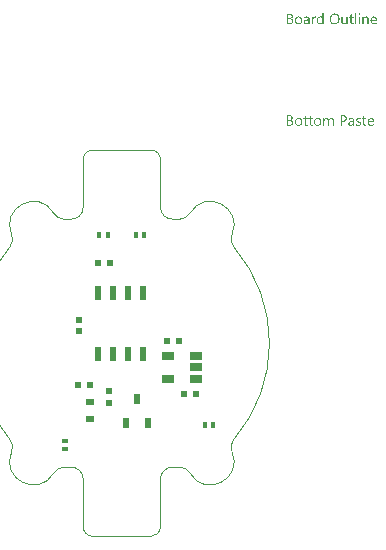
<source format=gbp>
G04*
G04 #@! TF.GenerationSoftware,Altium Limited,Altium Designer,21.9.2 (33)*
G04*
G04 Layer_Color=128*
%FSAX25Y25*%
%MOIN*%
G70*
G04*
G04 #@! TF.SameCoordinates,068316DF-13B4-460B-9515-79FEAC0EB225*
G04*
G04*
G04 #@! TF.FilePolarity,Positive*
G04*
G01*
G75*
%ADD10C,0.00394*%
%ADD30R,0.02165X0.04921*%
%ADD33R,0.02362X0.03543*%
%ADD36R,0.03937X0.02756*%
%ADD37R,0.01968X0.02165*%
%ADD38R,0.01968X0.02165*%
%ADD39R,0.02165X0.01968*%
%ADD40R,0.03150X0.02362*%
%ADD41R,0.02165X0.01968*%
%ADD55R,0.02461X0.01280*%
%ADD56R,0.01280X0.02461*%
G36*
X0079229Y0110019D02*
X0079254D01*
X0079309Y0109995D01*
X0079340Y0109976D01*
X0079371Y0109951D01*
X0079377Y0109945D01*
X0079383Y0109939D01*
X0079414Y0109902D01*
X0079439Y0109840D01*
X0079445Y0109803D01*
X0079452Y0109766D01*
Y0109759D01*
Y0109747D01*
X0079445Y0109729D01*
X0079439Y0109704D01*
X0079421Y0109642D01*
X0079396Y0109611D01*
X0079371Y0109580D01*
X0079365D01*
X0079359Y0109567D01*
X0079322Y0109543D01*
X0079266Y0109518D01*
X0079229Y0109512D01*
X0079192Y0109506D01*
X0079173D01*
X0079154Y0109512D01*
X0079130D01*
X0079068Y0109537D01*
X0079037Y0109549D01*
X0079006Y0109574D01*
Y0109580D01*
X0078994Y0109586D01*
X0078981Y0109605D01*
X0078969Y0109623D01*
X0078944Y0109685D01*
X0078938Y0109722D01*
X0078932Y0109766D01*
Y0109772D01*
Y0109784D01*
X0078938Y0109803D01*
X0078944Y0109834D01*
X0078963Y0109889D01*
X0078981Y0109920D01*
X0079006Y0109951D01*
X0079012Y0109958D01*
X0079018Y0109964D01*
X0079056Y0109988D01*
X0079117Y0110013D01*
X0079154Y0110026D01*
X0079210D01*
X0079229Y0110019D01*
D02*
G37*
G36*
X0067239Y0106355D02*
X0066836D01*
Y0106776D01*
X0066824D01*
Y0106770D01*
X0066812Y0106757D01*
X0066793Y0106732D01*
X0066774Y0106702D01*
X0066744Y0106664D01*
X0066706Y0106627D01*
X0066663Y0106584D01*
X0066614Y0106541D01*
X0066558Y0106491D01*
X0066490Y0106448D01*
X0066422Y0106411D01*
X0066341Y0106374D01*
X0066261Y0106343D01*
X0066168Y0106318D01*
X0066069Y0106305D01*
X0065964Y0106299D01*
X0065920D01*
X0065883Y0106305D01*
X0065846Y0106312D01*
X0065797Y0106318D01*
X0065691Y0106343D01*
X0065567Y0106380D01*
X0065444Y0106442D01*
X0065376Y0106479D01*
X0065320Y0106522D01*
X0065258Y0106578D01*
X0065202Y0106633D01*
Y0106640D01*
X0065190Y0106652D01*
X0065178Y0106671D01*
X0065159Y0106695D01*
X0065140Y0106726D01*
X0065116Y0106770D01*
X0065091Y0106819D01*
X0065066Y0106875D01*
X0065035Y0106937D01*
X0065010Y0107005D01*
X0064986Y0107079D01*
X0064967Y0107160D01*
X0064948Y0107246D01*
X0064936Y0107345D01*
X0064930Y0107444D01*
X0064924Y0107550D01*
Y0107556D01*
Y0107574D01*
Y0107612D01*
X0064930Y0107655D01*
X0064936Y0107704D01*
X0064942Y0107766D01*
X0064948Y0107834D01*
X0064961Y0107909D01*
X0064998Y0108070D01*
X0065054Y0108237D01*
X0065091Y0108317D01*
X0065134Y0108398D01*
X0065178Y0108472D01*
X0065233Y0108546D01*
X0065239Y0108552D01*
X0065246Y0108565D01*
X0065264Y0108583D01*
X0065289Y0108608D01*
X0065320Y0108633D01*
X0065363Y0108664D01*
X0065407Y0108701D01*
X0065456Y0108738D01*
X0065580Y0108806D01*
X0065722Y0108868D01*
X0065803Y0108887D01*
X0065889Y0108905D01*
X0065976Y0108918D01*
X0066075Y0108924D01*
X0066124D01*
X0066162Y0108918D01*
X0066199Y0108911D01*
X0066248Y0108905D01*
X0066360Y0108874D01*
X0066484Y0108825D01*
X0066545Y0108794D01*
X0066607Y0108750D01*
X0066669Y0108707D01*
X0066725Y0108651D01*
X0066774Y0108589D01*
X0066824Y0108515D01*
X0066836D01*
Y0110075D01*
X0067239D01*
Y0106355D01*
D02*
G37*
G36*
X0081507Y0108918D02*
X0081581Y0108911D01*
X0081674Y0108893D01*
X0081773Y0108862D01*
X0081878Y0108812D01*
X0081983Y0108744D01*
X0082027Y0108707D01*
X0082070Y0108658D01*
X0082082Y0108645D01*
X0082107Y0108608D01*
X0082138Y0108546D01*
X0082181Y0108459D01*
X0082219Y0108354D01*
X0082256Y0108224D01*
X0082280Y0108070D01*
X0082287Y0107890D01*
Y0106355D01*
X0081884D01*
Y0107785D01*
Y0107791D01*
Y0107822D01*
X0081878Y0107859D01*
Y0107909D01*
X0081866Y0107970D01*
X0081853Y0108039D01*
X0081835Y0108113D01*
X0081810Y0108187D01*
X0081779Y0108261D01*
X0081742Y0108329D01*
X0081692Y0108398D01*
X0081637Y0108459D01*
X0081575Y0108509D01*
X0081494Y0108546D01*
X0081408Y0108577D01*
X0081302Y0108583D01*
X0081290D01*
X0081253Y0108577D01*
X0081197Y0108571D01*
X0081129Y0108552D01*
X0081049Y0108528D01*
X0080962Y0108484D01*
X0080882Y0108429D01*
X0080801Y0108354D01*
X0080795Y0108342D01*
X0080770Y0108317D01*
X0080739Y0108268D01*
X0080702Y0108200D01*
X0080665Y0108119D01*
X0080634Y0108020D01*
X0080609Y0107909D01*
X0080603Y0107785D01*
Y0106355D01*
X0080201D01*
Y0108868D01*
X0080603D01*
Y0108447D01*
X0080615D01*
X0080621Y0108453D01*
X0080628Y0108466D01*
X0080646Y0108491D01*
X0080671Y0108521D01*
X0080696Y0108559D01*
X0080733Y0108596D01*
X0080776Y0108639D01*
X0080826Y0108689D01*
X0080882Y0108732D01*
X0080943Y0108775D01*
X0081011Y0108812D01*
X0081086Y0108850D01*
X0081160Y0108880D01*
X0081247Y0108905D01*
X0081340Y0108918D01*
X0081439Y0108924D01*
X0081476D01*
X0081507Y0108918D01*
D02*
G37*
G36*
X0064509Y0108905D02*
X0064583Y0108899D01*
X0064627Y0108887D01*
X0064657Y0108874D01*
Y0108459D01*
X0064651Y0108466D01*
X0064639Y0108472D01*
X0064614Y0108484D01*
X0064583Y0108503D01*
X0064540Y0108515D01*
X0064484Y0108528D01*
X0064422Y0108534D01*
X0064354Y0108540D01*
X0064342D01*
X0064311Y0108534D01*
X0064261Y0108528D01*
X0064206Y0108509D01*
X0064131Y0108478D01*
X0064063Y0108435D01*
X0063989Y0108373D01*
X0063921Y0108292D01*
X0063915Y0108280D01*
X0063896Y0108249D01*
X0063865Y0108193D01*
X0063834Y0108119D01*
X0063803Y0108026D01*
X0063772Y0107909D01*
X0063754Y0107779D01*
X0063748Y0107630D01*
Y0106355D01*
X0063345D01*
Y0108868D01*
X0063748D01*
Y0108348D01*
X0063760D01*
Y0108354D01*
X0063766Y0108361D01*
X0063779Y0108391D01*
X0063797Y0108441D01*
X0063828Y0108503D01*
X0063859Y0108565D01*
X0063908Y0108633D01*
X0063958Y0108701D01*
X0064020Y0108763D01*
X0064026Y0108769D01*
X0064051Y0108788D01*
X0064088Y0108812D01*
X0064138Y0108837D01*
X0064193Y0108862D01*
X0064261Y0108887D01*
X0064336Y0108905D01*
X0064416Y0108911D01*
X0064472D01*
X0064509Y0108905D01*
D02*
G37*
G36*
X0075249Y0106355D02*
X0074846D01*
Y0106751D01*
X0074834D01*
Y0106745D01*
X0074822Y0106732D01*
X0074809Y0106708D01*
X0074784Y0106683D01*
X0074729Y0106609D01*
X0074642Y0106528D01*
X0074593Y0106485D01*
X0074537Y0106442D01*
X0074475Y0106404D01*
X0074401Y0106367D01*
X0074326Y0106343D01*
X0074246Y0106318D01*
X0074153Y0106305D01*
X0074060Y0106299D01*
X0074023D01*
X0073980Y0106305D01*
X0073918Y0106318D01*
X0073850Y0106330D01*
X0073775Y0106355D01*
X0073695Y0106386D01*
X0073614Y0106435D01*
X0073528Y0106491D01*
X0073447Y0106559D01*
X0073373Y0106646D01*
X0073305Y0106751D01*
X0073243Y0106869D01*
X0073200Y0107011D01*
X0073175Y0107178D01*
X0073163Y0107265D01*
Y0107364D01*
Y0108868D01*
X0073559D01*
Y0107426D01*
Y0107420D01*
Y0107395D01*
X0073565Y0107352D01*
X0073571Y0107302D01*
X0073577Y0107240D01*
X0073590Y0107178D01*
X0073608Y0107104D01*
X0073633Y0107030D01*
X0073670Y0106955D01*
X0073707Y0106887D01*
X0073757Y0106819D01*
X0073819Y0106757D01*
X0073887Y0106708D01*
X0073967Y0106671D01*
X0074066Y0106640D01*
X0074172Y0106633D01*
X0074184D01*
X0074221Y0106640D01*
X0074277Y0106646D01*
X0074339Y0106658D01*
X0074419Y0106689D01*
X0074500Y0106726D01*
X0074580Y0106776D01*
X0074654Y0106850D01*
X0074661Y0106862D01*
X0074685Y0106887D01*
X0074716Y0106937D01*
X0074753Y0107005D01*
X0074784Y0107085D01*
X0074815Y0107184D01*
X0074840Y0107296D01*
X0074846Y0107420D01*
Y0108868D01*
X0075249D01*
Y0106355D01*
D02*
G37*
G36*
X0079383D02*
X0078981D01*
Y0108868D01*
X0079383D01*
Y0106355D01*
D02*
G37*
G36*
X0078164D02*
X0077762D01*
Y0110075D01*
X0078164D01*
Y0106355D01*
D02*
G37*
G36*
X0061785Y0108918D02*
X0061841Y0108911D01*
X0061909Y0108893D01*
X0061983Y0108874D01*
X0062064Y0108843D01*
X0062151Y0108806D01*
X0062231Y0108757D01*
X0062312Y0108695D01*
X0062386Y0108621D01*
X0062454Y0108528D01*
X0062510Y0108422D01*
X0062553Y0108299D01*
X0062578Y0108156D01*
X0062590Y0107989D01*
Y0106355D01*
X0062188D01*
Y0106745D01*
X0062175D01*
Y0106739D01*
X0062163Y0106726D01*
X0062151Y0106702D01*
X0062126Y0106677D01*
X0062064Y0106603D01*
X0061983Y0106522D01*
X0061872Y0106442D01*
X0061742Y0106367D01*
X0061662Y0106343D01*
X0061581Y0106318D01*
X0061494Y0106305D01*
X0061402Y0106299D01*
X0061364D01*
X0061340Y0106305D01*
X0061272Y0106312D01*
X0061191Y0106324D01*
X0061092Y0106349D01*
X0060999Y0106380D01*
X0060900Y0106429D01*
X0060813Y0106491D01*
X0060807Y0106503D01*
X0060783Y0106528D01*
X0060745Y0106572D01*
X0060708Y0106633D01*
X0060671Y0106708D01*
X0060634Y0106794D01*
X0060609Y0106900D01*
X0060603Y0107017D01*
Y0107024D01*
Y0107048D01*
X0060609Y0107085D01*
X0060615Y0107129D01*
X0060628Y0107184D01*
X0060646Y0107246D01*
X0060671Y0107314D01*
X0060708Y0107383D01*
X0060752Y0107457D01*
X0060807Y0107531D01*
X0060875Y0107599D01*
X0060956Y0107661D01*
X0061049Y0107723D01*
X0061160Y0107772D01*
X0061284Y0107810D01*
X0061432Y0107841D01*
X0062188Y0107946D01*
Y0107952D01*
Y0107970D01*
X0062182Y0108008D01*
Y0108045D01*
X0062169Y0108094D01*
X0062163Y0108150D01*
X0062126Y0108268D01*
X0062095Y0108323D01*
X0062064Y0108379D01*
X0062021Y0108435D01*
X0061971Y0108484D01*
X0061909Y0108528D01*
X0061841Y0108559D01*
X0061761Y0108577D01*
X0061668Y0108583D01*
X0061624D01*
X0061594Y0108577D01*
X0061550D01*
X0061507Y0108565D01*
X0061395Y0108546D01*
X0061272Y0108509D01*
X0061135Y0108453D01*
X0061061Y0108416D01*
X0060993Y0108379D01*
X0060919Y0108329D01*
X0060851Y0108274D01*
Y0108689D01*
X0060857D01*
X0060869Y0108701D01*
X0060888Y0108713D01*
X0060919Y0108726D01*
X0060950Y0108744D01*
X0060993Y0108763D01*
X0061043Y0108781D01*
X0061098Y0108806D01*
X0061222Y0108850D01*
X0061371Y0108887D01*
X0061532Y0108911D01*
X0061705Y0108924D01*
X0061742D01*
X0061785Y0108918D01*
D02*
G37*
G36*
X0056097Y0109865D02*
X0056140D01*
X0056183Y0109859D01*
X0056282Y0109846D01*
X0056400Y0109815D01*
X0056524Y0109778D01*
X0056642Y0109722D01*
X0056747Y0109648D01*
X0056753D01*
X0056759Y0109636D01*
X0056790Y0109611D01*
X0056833Y0109561D01*
X0056883Y0109493D01*
X0056926Y0109407D01*
X0056969Y0109308D01*
X0057000Y0109196D01*
X0057013Y0109134D01*
Y0109066D01*
Y0109060D01*
Y0109054D01*
Y0109017D01*
X0057007Y0108961D01*
X0056994Y0108893D01*
X0056976Y0108806D01*
X0056945Y0108720D01*
X0056908Y0108633D01*
X0056852Y0108546D01*
X0056846Y0108534D01*
X0056821Y0108509D01*
X0056784Y0108472D01*
X0056734Y0108422D01*
X0056672Y0108373D01*
X0056598Y0108317D01*
X0056505Y0108274D01*
X0056406Y0108230D01*
Y0108224D01*
X0056425D01*
X0056443Y0108218D01*
X0056462Y0108212D01*
X0056530Y0108200D01*
X0056611Y0108175D01*
X0056697Y0108138D01*
X0056790Y0108094D01*
X0056883Y0108032D01*
X0056969Y0107952D01*
X0056982Y0107940D01*
X0057007Y0107909D01*
X0057038Y0107865D01*
X0057081Y0107797D01*
X0057118Y0107711D01*
X0057155Y0107612D01*
X0057180Y0107494D01*
X0057186Y0107364D01*
Y0107358D01*
Y0107345D01*
Y0107321D01*
X0057180Y0107290D01*
X0057174Y0107253D01*
X0057168Y0107209D01*
X0057143Y0107104D01*
X0057106Y0106986D01*
X0057050Y0106862D01*
X0057013Y0106807D01*
X0056969Y0106745D01*
X0056914Y0106689D01*
X0056858Y0106633D01*
X0056852D01*
X0056846Y0106621D01*
X0056827Y0106609D01*
X0056802Y0106590D01*
X0056771Y0106572D01*
X0056728Y0106547D01*
X0056635Y0106497D01*
X0056518Y0106442D01*
X0056381Y0106398D01*
X0056221Y0106367D01*
X0056140Y0106361D01*
X0056047Y0106355D01*
X0055020D01*
Y0109871D01*
X0056066D01*
X0056097Y0109865D01*
D02*
G37*
G36*
X0076592Y0108868D02*
X0077229D01*
Y0108521D01*
X0076592D01*
Y0107104D01*
Y0107091D01*
Y0107061D01*
X0076598Y0107017D01*
X0076604Y0106962D01*
X0076629Y0106844D01*
X0076648Y0106788D01*
X0076679Y0106745D01*
X0076685Y0106739D01*
X0076697Y0106726D01*
X0076716Y0106714D01*
X0076747Y0106695D01*
X0076784Y0106671D01*
X0076833Y0106658D01*
X0076895Y0106646D01*
X0076963Y0106640D01*
X0076988D01*
X0077019Y0106646D01*
X0077056Y0106652D01*
X0077143Y0106677D01*
X0077186Y0106695D01*
X0077229Y0106720D01*
Y0106374D01*
X0077223D01*
X0077205Y0106361D01*
X0077174Y0106355D01*
X0077130Y0106343D01*
X0077075Y0106330D01*
X0077013Y0106318D01*
X0076938Y0106312D01*
X0076852Y0106305D01*
X0076821D01*
X0076790Y0106312D01*
X0076747Y0106318D01*
X0076697Y0106330D01*
X0076641Y0106343D01*
X0076586Y0106367D01*
X0076524Y0106398D01*
X0076462Y0106435D01*
X0076400Y0106485D01*
X0076344Y0106541D01*
X0076295Y0106615D01*
X0076251Y0106695D01*
X0076220Y0106794D01*
X0076196Y0106906D01*
X0076190Y0107036D01*
Y0108521D01*
X0075762D01*
Y0108868D01*
X0076190D01*
Y0109481D01*
X0076592Y0109611D01*
Y0108868D01*
D02*
G37*
G36*
X0084119Y0108918D02*
X0084162Y0108911D01*
X0084206Y0108905D01*
X0084317Y0108887D01*
X0084441Y0108843D01*
X0084565Y0108788D01*
X0084627Y0108750D01*
X0084688Y0108707D01*
X0084744Y0108658D01*
X0084800Y0108602D01*
X0084806Y0108596D01*
X0084812Y0108589D01*
X0084825Y0108571D01*
X0084843Y0108546D01*
X0084862Y0108509D01*
X0084886Y0108472D01*
X0084911Y0108429D01*
X0084936Y0108373D01*
X0084961Y0108311D01*
X0084986Y0108249D01*
X0085010Y0108175D01*
X0085029Y0108094D01*
X0085047Y0108008D01*
X0085060Y0107921D01*
X0085072Y0107822D01*
Y0107717D01*
Y0107506D01*
X0083296D01*
Y0107500D01*
Y0107488D01*
Y0107469D01*
X0083302Y0107438D01*
X0083308Y0107401D01*
Y0107364D01*
X0083327Y0107265D01*
X0083358Y0107166D01*
X0083395Y0107054D01*
X0083450Y0106949D01*
X0083518Y0106856D01*
X0083531Y0106844D01*
X0083556Y0106819D01*
X0083605Y0106788D01*
X0083673Y0106745D01*
X0083760Y0106702D01*
X0083859Y0106671D01*
X0083977Y0106646D01*
X0084113Y0106633D01*
X0084156D01*
X0084187Y0106640D01*
X0084224D01*
X0084267Y0106646D01*
X0084373Y0106671D01*
X0084490Y0106702D01*
X0084620Y0106751D01*
X0084756Y0106819D01*
X0084825Y0106862D01*
X0084893Y0106912D01*
Y0106534D01*
X0084886D01*
X0084880Y0106522D01*
X0084862Y0106516D01*
X0084831Y0106497D01*
X0084800Y0106479D01*
X0084763Y0106460D01*
X0084713Y0106442D01*
X0084664Y0106417D01*
X0084602Y0106392D01*
X0084534Y0106374D01*
X0084385Y0106336D01*
X0084212Y0106312D01*
X0084020Y0106299D01*
X0083970D01*
X0083933Y0106305D01*
X0083890Y0106312D01*
X0083834Y0106318D01*
X0083716Y0106343D01*
X0083580Y0106380D01*
X0083444Y0106442D01*
X0083376Y0106485D01*
X0083308Y0106528D01*
X0083246Y0106578D01*
X0083184Y0106640D01*
X0083178Y0106646D01*
X0083172Y0106658D01*
X0083159Y0106677D01*
X0083135Y0106702D01*
X0083116Y0106739D01*
X0083091Y0106782D01*
X0083060Y0106832D01*
X0083036Y0106887D01*
X0083005Y0106949D01*
X0082980Y0107024D01*
X0082949Y0107104D01*
X0082930Y0107191D01*
X0082912Y0107283D01*
X0082893Y0107383D01*
X0082887Y0107488D01*
X0082881Y0107599D01*
Y0107605D01*
Y0107624D01*
Y0107655D01*
X0082887Y0107698D01*
X0082893Y0107748D01*
X0082899Y0107803D01*
X0082906Y0107871D01*
X0082924Y0107940D01*
X0082961Y0108088D01*
X0083017Y0108249D01*
X0083054Y0108329D01*
X0083104Y0108404D01*
X0083153Y0108484D01*
X0083209Y0108552D01*
X0083215Y0108559D01*
X0083227Y0108571D01*
X0083246Y0108589D01*
X0083271Y0108608D01*
X0083302Y0108639D01*
X0083339Y0108670D01*
X0083389Y0108701D01*
X0083438Y0108738D01*
X0083556Y0108806D01*
X0083698Y0108868D01*
X0083778Y0108887D01*
X0083859Y0108905D01*
X0083946Y0108918D01*
X0084038Y0108924D01*
X0084088D01*
X0084119Y0108918D01*
D02*
G37*
G36*
X0071077Y0109927D02*
X0071139Y0109920D01*
X0071213Y0109908D01*
X0071293Y0109889D01*
X0071380Y0109871D01*
X0071466Y0109846D01*
X0071566Y0109815D01*
X0071658Y0109772D01*
X0071757Y0109722D01*
X0071856Y0109667D01*
X0071949Y0109599D01*
X0072042Y0109524D01*
X0072129Y0109438D01*
X0072135Y0109431D01*
X0072147Y0109413D01*
X0072172Y0109388D01*
X0072197Y0109351D01*
X0072234Y0109301D01*
X0072271Y0109239D01*
X0072308Y0109171D01*
X0072352Y0109097D01*
X0072395Y0109004D01*
X0072432Y0108911D01*
X0072469Y0108806D01*
X0072506Y0108689D01*
X0072531Y0108571D01*
X0072556Y0108441D01*
X0072568Y0108299D01*
X0072575Y0108156D01*
Y0108144D01*
Y0108119D01*
Y0108076D01*
X0072568Y0108014D01*
X0072562Y0107940D01*
X0072550Y0107859D01*
X0072537Y0107766D01*
X0072519Y0107661D01*
X0072494Y0107556D01*
X0072463Y0107444D01*
X0072426Y0107333D01*
X0072383Y0107221D01*
X0072327Y0107104D01*
X0072265Y0106999D01*
X0072197Y0106894D01*
X0072117Y0106794D01*
X0072110Y0106788D01*
X0072098Y0106776D01*
X0072067Y0106751D01*
X0072036Y0106720D01*
X0071987Y0106677D01*
X0071931Y0106640D01*
X0071869Y0106590D01*
X0071795Y0106547D01*
X0071714Y0106503D01*
X0071621Y0106454D01*
X0071522Y0106417D01*
X0071411Y0106380D01*
X0071293Y0106343D01*
X0071169Y0106318D01*
X0071039Y0106305D01*
X0070897Y0106299D01*
X0070866D01*
X0070823Y0106305D01*
X0070773D01*
X0070711Y0106312D01*
X0070637Y0106324D01*
X0070557Y0106343D01*
X0070464Y0106361D01*
X0070371Y0106386D01*
X0070272Y0106417D01*
X0070173Y0106460D01*
X0070074Y0106503D01*
X0069975Y0106559D01*
X0069876Y0106627D01*
X0069783Y0106702D01*
X0069696Y0106788D01*
X0069690Y0106794D01*
X0069678Y0106813D01*
X0069653Y0106838D01*
X0069628Y0106875D01*
X0069591Y0106924D01*
X0069554Y0106986D01*
X0069517Y0107054D01*
X0069473Y0107135D01*
X0069430Y0107221D01*
X0069393Y0107314D01*
X0069356Y0107420D01*
X0069319Y0107537D01*
X0069294Y0107655D01*
X0069269Y0107785D01*
X0069257Y0107927D01*
X0069251Y0108070D01*
Y0108082D01*
Y0108107D01*
X0069257Y0108150D01*
Y0108212D01*
X0069263Y0108280D01*
X0069275Y0108367D01*
X0069288Y0108459D01*
X0069306Y0108559D01*
X0069331Y0108664D01*
X0069362Y0108775D01*
X0069399Y0108887D01*
X0069442Y0108998D01*
X0069498Y0109109D01*
X0069560Y0109221D01*
X0069628Y0109326D01*
X0069709Y0109425D01*
X0069715Y0109431D01*
X0069727Y0109450D01*
X0069758Y0109475D01*
X0069795Y0109506D01*
X0069839Y0109543D01*
X0069894Y0109586D01*
X0069962Y0109629D01*
X0070037Y0109679D01*
X0070123Y0109729D01*
X0070216Y0109772D01*
X0070315Y0109815D01*
X0070427Y0109852D01*
X0070550Y0109883D01*
X0070680Y0109914D01*
X0070817Y0109927D01*
X0070959Y0109933D01*
X0071027D01*
X0071077Y0109927D01*
D02*
G37*
G36*
X0059049Y0108918D02*
X0059093Y0108911D01*
X0059148Y0108905D01*
X0059272Y0108880D01*
X0059415Y0108837D01*
X0059557Y0108775D01*
X0059631Y0108738D01*
X0059699Y0108695D01*
X0059767Y0108639D01*
X0059829Y0108577D01*
X0059835Y0108571D01*
X0059842Y0108559D01*
X0059860Y0108540D01*
X0059879Y0108515D01*
X0059904Y0108478D01*
X0059928Y0108435D01*
X0059959Y0108385D01*
X0059990Y0108329D01*
X0060015Y0108261D01*
X0060046Y0108193D01*
X0060071Y0108113D01*
X0060096Y0108026D01*
X0060114Y0107933D01*
X0060133Y0107834D01*
X0060139Y0107729D01*
X0060145Y0107618D01*
Y0107612D01*
Y0107593D01*
Y0107562D01*
X0060139Y0107519D01*
X0060133Y0107469D01*
X0060126Y0107407D01*
X0060114Y0107345D01*
X0060102Y0107271D01*
X0060065Y0107123D01*
X0060003Y0106962D01*
X0059965Y0106881D01*
X0059916Y0106801D01*
X0059866Y0106726D01*
X0059805Y0106658D01*
X0059798Y0106652D01*
X0059786Y0106646D01*
X0059767Y0106627D01*
X0059743Y0106603D01*
X0059706Y0106578D01*
X0059668Y0106547D01*
X0059619Y0106510D01*
X0059563Y0106479D01*
X0059501Y0106448D01*
X0059433Y0106411D01*
X0059359Y0106380D01*
X0059278Y0106355D01*
X0059192Y0106330D01*
X0059099Y0106318D01*
X0059000Y0106305D01*
X0058895Y0106299D01*
X0058839D01*
X0058802Y0106305D01*
X0058758Y0106312D01*
X0058703Y0106318D01*
X0058641Y0106330D01*
X0058573Y0106343D01*
X0058430Y0106386D01*
X0058282Y0106448D01*
X0058207Y0106485D01*
X0058139Y0106534D01*
X0058071Y0106584D01*
X0058003Y0106646D01*
X0057997Y0106652D01*
X0057991Y0106664D01*
X0057972Y0106683D01*
X0057954Y0106708D01*
X0057929Y0106745D01*
X0057898Y0106788D01*
X0057867Y0106838D01*
X0057842Y0106894D01*
X0057811Y0106962D01*
X0057780Y0107030D01*
X0057749Y0107104D01*
X0057725Y0107191D01*
X0057688Y0107376D01*
X0057681Y0107475D01*
X0057675Y0107580D01*
Y0107587D01*
Y0107612D01*
Y0107642D01*
X0057681Y0107686D01*
X0057688Y0107735D01*
X0057694Y0107797D01*
X0057706Y0107865D01*
X0057718Y0107940D01*
X0057756Y0108100D01*
X0057818Y0108261D01*
X0057861Y0108342D01*
X0057904Y0108422D01*
X0057954Y0108497D01*
X0058016Y0108565D01*
X0058022Y0108571D01*
X0058034Y0108583D01*
X0058053Y0108596D01*
X0058078Y0108621D01*
X0058115Y0108645D01*
X0058158Y0108676D01*
X0058207Y0108713D01*
X0058263Y0108744D01*
X0058325Y0108775D01*
X0058399Y0108812D01*
X0058474Y0108843D01*
X0058560Y0108868D01*
X0058647Y0108893D01*
X0058746Y0108911D01*
X0058851Y0108918D01*
X0058956Y0108924D01*
X0059012D01*
X0059049Y0108918D01*
D02*
G37*
G36*
X0079148Y0075059D02*
X0079229Y0075053D01*
X0079315Y0075041D01*
X0079414Y0075016D01*
X0079514Y0074991D01*
X0079613Y0074954D01*
Y0074546D01*
X0079600Y0074552D01*
X0079563Y0074576D01*
X0079507Y0074601D01*
X0079433Y0074638D01*
X0079340Y0074669D01*
X0079229Y0074700D01*
X0079105Y0074719D01*
X0078975Y0074725D01*
X0078907D01*
X0078845Y0074713D01*
X0078771Y0074700D01*
X0078764D01*
X0078758Y0074694D01*
X0078721Y0074682D01*
X0078672Y0074657D01*
X0078616Y0074626D01*
X0078604Y0074620D01*
X0078579Y0074595D01*
X0078548Y0074558D01*
X0078517Y0074515D01*
X0078511Y0074502D01*
X0078498Y0074471D01*
X0078486Y0074428D01*
X0078480Y0074372D01*
Y0074366D01*
Y0074354D01*
Y0074335D01*
X0078486Y0074317D01*
X0078498Y0074261D01*
X0078517Y0074205D01*
X0078523Y0074193D01*
X0078542Y0074168D01*
X0078579Y0074131D01*
X0078622Y0074088D01*
X0078628D01*
X0078635Y0074081D01*
X0078672Y0074057D01*
X0078721Y0074026D01*
X0078789Y0073995D01*
X0078795D01*
X0078808Y0073988D01*
X0078826Y0073982D01*
X0078857Y0073970D01*
X0078926Y0073945D01*
X0079012Y0073908D01*
X0079018D01*
X0079043Y0073896D01*
X0079074Y0073883D01*
X0079111Y0073871D01*
X0079210Y0073827D01*
X0079309Y0073778D01*
X0079315D01*
X0079334Y0073766D01*
X0079359Y0073753D01*
X0079390Y0073735D01*
X0079464Y0073685D01*
X0079538Y0073623D01*
X0079545Y0073617D01*
X0079557Y0073611D01*
X0079569Y0073592D01*
X0079594Y0073567D01*
X0079637Y0073506D01*
X0079681Y0073425D01*
Y0073419D01*
X0079687Y0073407D01*
X0079699Y0073382D01*
X0079705Y0073351D01*
X0079718Y0073314D01*
X0079724Y0073270D01*
X0079730Y0073165D01*
Y0073159D01*
Y0073134D01*
X0079724Y0073097D01*
X0079718Y0073054D01*
X0079712Y0073004D01*
X0079693Y0072948D01*
X0079675Y0072899D01*
X0079643Y0072843D01*
X0079637Y0072837D01*
X0079631Y0072818D01*
X0079613Y0072794D01*
X0079588Y0072763D01*
X0079557Y0072726D01*
X0079520Y0072689D01*
X0079427Y0072614D01*
X0079421Y0072608D01*
X0079402Y0072602D01*
X0079377Y0072583D01*
X0079334Y0072565D01*
X0079291Y0072540D01*
X0079235Y0072521D01*
X0079179Y0072503D01*
X0079111Y0072484D01*
X0079105D01*
X0079080Y0072478D01*
X0079043Y0072472D01*
X0079000Y0072466D01*
X0078938Y0072453D01*
X0078876Y0072447D01*
X0078734Y0072441D01*
X0078672D01*
X0078597Y0072447D01*
X0078505Y0072460D01*
X0078399Y0072478D01*
X0078288Y0072503D01*
X0078176Y0072534D01*
X0078065Y0072583D01*
Y0073017D01*
X0078071D01*
X0078077Y0073004D01*
X0078096Y0072992D01*
X0078121Y0072979D01*
X0078189Y0072942D01*
X0078282Y0072899D01*
X0078387Y0072850D01*
X0078511Y0072812D01*
X0078647Y0072788D01*
X0078789Y0072775D01*
X0078839D01*
X0078870Y0072781D01*
X0078956Y0072794D01*
X0079056Y0072818D01*
X0079148Y0072862D01*
X0079192Y0072893D01*
X0079235Y0072924D01*
X0079266Y0072967D01*
X0079291Y0073010D01*
X0079309Y0073066D01*
X0079315Y0073128D01*
Y0073134D01*
Y0073147D01*
Y0073165D01*
X0079309Y0073184D01*
X0079297Y0073239D01*
X0079272Y0073295D01*
Y0073301D01*
X0079266Y0073308D01*
X0079241Y0073339D01*
X0079204Y0073382D01*
X0079148Y0073419D01*
X0079142D01*
X0079136Y0073431D01*
X0079099Y0073450D01*
X0079043Y0073487D01*
X0078969Y0073518D01*
X0078963D01*
X0078950Y0073524D01*
X0078932Y0073537D01*
X0078901Y0073549D01*
X0078833Y0073574D01*
X0078746Y0073611D01*
X0078740D01*
X0078715Y0073623D01*
X0078684Y0073636D01*
X0078647Y0073648D01*
X0078548Y0073691D01*
X0078449Y0073741D01*
X0078443Y0073747D01*
X0078430Y0073753D01*
X0078405Y0073766D01*
X0078375Y0073784D01*
X0078307Y0073834D01*
X0078238Y0073889D01*
X0078232Y0073896D01*
X0078226Y0073902D01*
X0078207Y0073920D01*
X0078189Y0073945D01*
X0078145Y0074007D01*
X0078108Y0074081D01*
Y0074088D01*
X0078102Y0074100D01*
X0078096Y0074125D01*
X0078090Y0074156D01*
X0078084Y0074193D01*
X0078077Y0074236D01*
X0078071Y0074341D01*
Y0074348D01*
Y0074372D01*
X0078077Y0074403D01*
X0078084Y0074446D01*
X0078090Y0074496D01*
X0078108Y0074546D01*
X0078127Y0074601D01*
X0078152Y0074651D01*
X0078158Y0074657D01*
X0078164Y0074676D01*
X0078183Y0074700D01*
X0078207Y0074731D01*
X0078276Y0074805D01*
X0078362Y0074880D01*
X0078368Y0074886D01*
X0078387Y0074892D01*
X0078412Y0074911D01*
X0078455Y0074929D01*
X0078498Y0074954D01*
X0078548Y0074979D01*
X0078672Y0075016D01*
X0078678D01*
X0078703Y0075022D01*
X0078734Y0075035D01*
X0078783Y0075041D01*
X0078833Y0075053D01*
X0078895Y0075059D01*
X0079031Y0075065D01*
X0079086D01*
X0079148Y0075059D01*
D02*
G37*
G36*
X0069956D02*
X0070012Y0075047D01*
X0070074Y0075035D01*
X0070142Y0075010D01*
X0070222Y0074979D01*
X0070297Y0074936D01*
X0070377Y0074886D01*
X0070451Y0074818D01*
X0070519Y0074731D01*
X0070581Y0074632D01*
X0070637Y0074521D01*
X0070674Y0074378D01*
X0070705Y0074224D01*
X0070711Y0074044D01*
Y0072497D01*
X0070309D01*
Y0073939D01*
Y0073945D01*
Y0073958D01*
Y0073976D01*
Y0074007D01*
X0070303Y0074081D01*
X0070290Y0074168D01*
X0070278Y0074267D01*
X0070253Y0074366D01*
X0070222Y0074459D01*
X0070179Y0074539D01*
X0070173Y0074546D01*
X0070154Y0074570D01*
X0070123Y0074601D01*
X0070074Y0074632D01*
X0070018Y0074669D01*
X0069944Y0074694D01*
X0069851Y0074719D01*
X0069746Y0074725D01*
X0069733D01*
X0069702Y0074719D01*
X0069653Y0074713D01*
X0069591Y0074694D01*
X0069523Y0074669D01*
X0069449Y0074626D01*
X0069374Y0074570D01*
X0069306Y0074490D01*
X0069300Y0074477D01*
X0069281Y0074446D01*
X0069251Y0074397D01*
X0069220Y0074329D01*
X0069182Y0074248D01*
X0069158Y0074156D01*
X0069133Y0074044D01*
X0069127Y0073927D01*
Y0072497D01*
X0068724D01*
Y0073988D01*
Y0073995D01*
Y0074019D01*
X0068718Y0074057D01*
Y0074106D01*
X0068706Y0074162D01*
X0068693Y0074224D01*
X0068675Y0074286D01*
X0068656Y0074360D01*
X0068625Y0074428D01*
X0068588Y0074490D01*
X0068539Y0074552D01*
X0068483Y0074607D01*
X0068421Y0074657D01*
X0068341Y0074694D01*
X0068254Y0074719D01*
X0068155Y0074725D01*
X0068142D01*
X0068111Y0074719D01*
X0068062Y0074713D01*
X0068000Y0074700D01*
X0067932Y0074669D01*
X0067858Y0074632D01*
X0067783Y0074576D01*
X0067715Y0074502D01*
X0067709Y0074490D01*
X0067691Y0074465D01*
X0067660Y0074416D01*
X0067629Y0074348D01*
X0067598Y0074267D01*
X0067567Y0074168D01*
X0067548Y0074057D01*
X0067542Y0073927D01*
Y0072497D01*
X0067140D01*
Y0075010D01*
X0067542D01*
Y0074607D01*
X0067554D01*
X0067561Y0074614D01*
X0067567Y0074626D01*
X0067585Y0074651D01*
X0067604Y0074682D01*
X0067666Y0074750D01*
X0067752Y0074836D01*
X0067864Y0074923D01*
X0067994Y0074991D01*
X0068074Y0075022D01*
X0068155Y0075047D01*
X0068242Y0075059D01*
X0068334Y0075065D01*
X0068378D01*
X0068427Y0075059D01*
X0068489Y0075047D01*
X0068557Y0075028D01*
X0068632Y0075004D01*
X0068706Y0074973D01*
X0068780Y0074923D01*
X0068786Y0074917D01*
X0068811Y0074898D01*
X0068842Y0074867D01*
X0068885Y0074824D01*
X0068929Y0074768D01*
X0068972Y0074707D01*
X0069015Y0074632D01*
X0069046Y0074546D01*
X0069052Y0074552D01*
X0069059Y0074570D01*
X0069077Y0074595D01*
X0069096Y0074626D01*
X0069127Y0074669D01*
X0069164Y0074713D01*
X0069207Y0074756D01*
X0069257Y0074805D01*
X0069312Y0074855D01*
X0069374Y0074898D01*
X0069442Y0074948D01*
X0069517Y0074985D01*
X0069597Y0075016D01*
X0069684Y0075041D01*
X0069783Y0075059D01*
X0069882Y0075065D01*
X0069919D01*
X0069956Y0075059D01*
D02*
G37*
G36*
X0076654D02*
X0076710Y0075053D01*
X0076777Y0075035D01*
X0076852Y0075016D01*
X0076932Y0074985D01*
X0077019Y0074948D01*
X0077099Y0074898D01*
X0077180Y0074836D01*
X0077254Y0074762D01*
X0077322Y0074669D01*
X0077378Y0074564D01*
X0077421Y0074440D01*
X0077446Y0074298D01*
X0077458Y0074131D01*
Y0072497D01*
X0077056D01*
Y0072887D01*
X0077044D01*
Y0072880D01*
X0077031Y0072868D01*
X0077019Y0072843D01*
X0076994Y0072818D01*
X0076932Y0072744D01*
X0076852Y0072664D01*
X0076740Y0072583D01*
X0076610Y0072509D01*
X0076530Y0072484D01*
X0076450Y0072460D01*
X0076363Y0072447D01*
X0076270Y0072441D01*
X0076233D01*
X0076208Y0072447D01*
X0076140Y0072453D01*
X0076060Y0072466D01*
X0075960Y0072491D01*
X0075868Y0072521D01*
X0075769Y0072571D01*
X0075682Y0072633D01*
X0075676Y0072645D01*
X0075651Y0072670D01*
X0075614Y0072713D01*
X0075577Y0072775D01*
X0075539Y0072850D01*
X0075502Y0072936D01*
X0075478Y0073041D01*
X0075472Y0073159D01*
Y0073165D01*
Y0073190D01*
X0075478Y0073227D01*
X0075484Y0073270D01*
X0075496Y0073326D01*
X0075515Y0073388D01*
X0075539Y0073456D01*
X0075577Y0073524D01*
X0075620Y0073598D01*
X0075676Y0073673D01*
X0075744Y0073741D01*
X0075824Y0073803D01*
X0075917Y0073865D01*
X0076029Y0073914D01*
X0076152Y0073951D01*
X0076301Y0073982D01*
X0077056Y0074088D01*
Y0074094D01*
Y0074112D01*
X0077050Y0074149D01*
Y0074186D01*
X0077038Y0074236D01*
X0077031Y0074292D01*
X0076994Y0074409D01*
X0076963Y0074465D01*
X0076932Y0074521D01*
X0076889Y0074576D01*
X0076839Y0074626D01*
X0076777Y0074669D01*
X0076710Y0074700D01*
X0076629Y0074719D01*
X0076536Y0074725D01*
X0076493D01*
X0076462Y0074719D01*
X0076419D01*
X0076375Y0074707D01*
X0076264Y0074688D01*
X0076140Y0074651D01*
X0076004Y0074595D01*
X0075929Y0074558D01*
X0075861Y0074521D01*
X0075787Y0074471D01*
X0075719Y0074416D01*
Y0074830D01*
X0075725D01*
X0075738Y0074843D01*
X0075756Y0074855D01*
X0075787Y0074867D01*
X0075818Y0074886D01*
X0075861Y0074905D01*
X0075911Y0074923D01*
X0075967Y0074948D01*
X0076090Y0074991D01*
X0076239Y0075028D01*
X0076400Y0075053D01*
X0076573Y0075065D01*
X0076610D01*
X0076654Y0075059D01*
D02*
G37*
G36*
X0073955Y0076006D02*
X0074004D01*
X0074054Y0076000D01*
X0074184Y0075975D01*
X0074320Y0075945D01*
X0074469Y0075895D01*
X0074611Y0075827D01*
X0074673Y0075784D01*
X0074735Y0075734D01*
X0074741D01*
X0074747Y0075722D01*
X0074766Y0075703D01*
X0074784Y0075684D01*
X0074834Y0075623D01*
X0074896Y0075536D01*
X0074951Y0075424D01*
X0075001Y0075295D01*
X0075038Y0075140D01*
X0075044Y0075053D01*
X0075050Y0074960D01*
Y0074954D01*
Y0074936D01*
Y0074911D01*
X0075044Y0074880D01*
X0075038Y0074836D01*
X0075032Y0074787D01*
X0075007Y0074669D01*
X0074964Y0074539D01*
X0074902Y0074403D01*
X0074865Y0074335D01*
X0074822Y0074267D01*
X0074766Y0074199D01*
X0074704Y0074137D01*
X0074698Y0074131D01*
X0074685Y0074125D01*
X0074667Y0074106D01*
X0074642Y0074088D01*
X0074605Y0074063D01*
X0074562Y0074038D01*
X0074512Y0074007D01*
X0074456Y0073982D01*
X0074394Y0073951D01*
X0074326Y0073920D01*
X0074246Y0073896D01*
X0074165Y0073871D01*
X0073980Y0073834D01*
X0073881Y0073827D01*
X0073775Y0073821D01*
X0073311D01*
Y0072497D01*
X0072896D01*
Y0076013D01*
X0073918D01*
X0073955Y0076006D01*
D02*
G37*
G36*
X0056097D02*
X0056140D01*
X0056183Y0076000D01*
X0056282Y0075988D01*
X0056400Y0075957D01*
X0056524Y0075920D01*
X0056642Y0075864D01*
X0056747Y0075790D01*
X0056753D01*
X0056759Y0075777D01*
X0056790Y0075753D01*
X0056833Y0075703D01*
X0056883Y0075635D01*
X0056926Y0075548D01*
X0056969Y0075449D01*
X0057000Y0075338D01*
X0057013Y0075276D01*
Y0075208D01*
Y0075202D01*
Y0075195D01*
Y0075158D01*
X0057007Y0075103D01*
X0056994Y0075035D01*
X0056976Y0074948D01*
X0056945Y0074861D01*
X0056908Y0074775D01*
X0056852Y0074688D01*
X0056846Y0074676D01*
X0056821Y0074651D01*
X0056784Y0074614D01*
X0056734Y0074564D01*
X0056672Y0074515D01*
X0056598Y0074459D01*
X0056505Y0074416D01*
X0056406Y0074372D01*
Y0074366D01*
X0056425D01*
X0056443Y0074360D01*
X0056462Y0074354D01*
X0056530Y0074341D01*
X0056611Y0074317D01*
X0056697Y0074279D01*
X0056790Y0074236D01*
X0056883Y0074174D01*
X0056969Y0074094D01*
X0056982Y0074081D01*
X0057007Y0074050D01*
X0057038Y0074007D01*
X0057081Y0073939D01*
X0057118Y0073852D01*
X0057155Y0073753D01*
X0057180Y0073636D01*
X0057186Y0073506D01*
Y0073499D01*
Y0073487D01*
Y0073462D01*
X0057180Y0073431D01*
X0057174Y0073394D01*
X0057168Y0073351D01*
X0057143Y0073246D01*
X0057106Y0073128D01*
X0057050Y0073004D01*
X0057013Y0072948D01*
X0056969Y0072887D01*
X0056914Y0072831D01*
X0056858Y0072775D01*
X0056852D01*
X0056846Y0072763D01*
X0056827Y0072751D01*
X0056802Y0072732D01*
X0056771Y0072713D01*
X0056728Y0072689D01*
X0056635Y0072639D01*
X0056518Y0072583D01*
X0056381Y0072540D01*
X0056221Y0072509D01*
X0056140Y0072503D01*
X0056047Y0072497D01*
X0055020D01*
Y0076013D01*
X0056066D01*
X0056097Y0076006D01*
D02*
G37*
G36*
X0080882Y0075010D02*
X0081519D01*
Y0074663D01*
X0080882D01*
Y0073246D01*
Y0073233D01*
Y0073202D01*
X0080888Y0073159D01*
X0080894Y0073103D01*
X0080919Y0072986D01*
X0080937Y0072930D01*
X0080968Y0072887D01*
X0080974Y0072880D01*
X0080987Y0072868D01*
X0081005Y0072856D01*
X0081036Y0072837D01*
X0081073Y0072812D01*
X0081123Y0072800D01*
X0081185Y0072788D01*
X0081253Y0072781D01*
X0081278D01*
X0081309Y0072788D01*
X0081346Y0072794D01*
X0081432Y0072818D01*
X0081476Y0072837D01*
X0081519Y0072862D01*
Y0072515D01*
X0081513D01*
X0081494Y0072503D01*
X0081463Y0072497D01*
X0081420Y0072484D01*
X0081364Y0072472D01*
X0081302Y0072460D01*
X0081228Y0072453D01*
X0081142Y0072447D01*
X0081111D01*
X0081080Y0072453D01*
X0081036Y0072460D01*
X0080987Y0072472D01*
X0080931Y0072484D01*
X0080875Y0072509D01*
X0080813Y0072540D01*
X0080752Y0072577D01*
X0080690Y0072627D01*
X0080634Y0072682D01*
X0080584Y0072757D01*
X0080541Y0072837D01*
X0080510Y0072936D01*
X0080485Y0073048D01*
X0080479Y0073178D01*
Y0074663D01*
X0080052D01*
Y0075010D01*
X0080479D01*
Y0075623D01*
X0080882Y0075753D01*
Y0075010D01*
D02*
G37*
G36*
X0063023D02*
X0063661D01*
Y0074663D01*
X0063023D01*
Y0073246D01*
Y0073233D01*
Y0073202D01*
X0063029Y0073159D01*
X0063036Y0073103D01*
X0063060Y0072986D01*
X0063079Y0072930D01*
X0063110Y0072887D01*
X0063116Y0072880D01*
X0063129Y0072868D01*
X0063147Y0072856D01*
X0063178Y0072837D01*
X0063215Y0072812D01*
X0063265Y0072800D01*
X0063327Y0072788D01*
X0063395Y0072781D01*
X0063420D01*
X0063450Y0072788D01*
X0063488Y0072794D01*
X0063574Y0072818D01*
X0063618Y0072837D01*
X0063661Y0072862D01*
Y0072515D01*
X0063655D01*
X0063636Y0072503D01*
X0063605Y0072497D01*
X0063562Y0072484D01*
X0063506Y0072472D01*
X0063444Y0072460D01*
X0063370Y0072453D01*
X0063283Y0072447D01*
X0063252D01*
X0063221Y0072453D01*
X0063178Y0072460D01*
X0063129Y0072472D01*
X0063073Y0072484D01*
X0063017Y0072509D01*
X0062955Y0072540D01*
X0062893Y0072577D01*
X0062831Y0072627D01*
X0062776Y0072682D01*
X0062726Y0072757D01*
X0062683Y0072837D01*
X0062652Y0072936D01*
X0062627Y0073048D01*
X0062621Y0073178D01*
Y0074663D01*
X0062194D01*
Y0075010D01*
X0062621D01*
Y0075623D01*
X0063023Y0075753D01*
Y0075010D01*
D02*
G37*
G36*
X0061321D02*
X0061959D01*
Y0074663D01*
X0061321D01*
Y0073246D01*
Y0073233D01*
Y0073202D01*
X0061327Y0073159D01*
X0061334Y0073103D01*
X0061358Y0072986D01*
X0061377Y0072930D01*
X0061408Y0072887D01*
X0061414Y0072880D01*
X0061426Y0072868D01*
X0061445Y0072856D01*
X0061476Y0072837D01*
X0061513Y0072812D01*
X0061563Y0072800D01*
X0061624Y0072788D01*
X0061693Y0072781D01*
X0061717D01*
X0061748Y0072788D01*
X0061785Y0072794D01*
X0061872Y0072818D01*
X0061915Y0072837D01*
X0061959Y0072862D01*
Y0072515D01*
X0061953D01*
X0061934Y0072503D01*
X0061903Y0072497D01*
X0061860Y0072484D01*
X0061804Y0072472D01*
X0061742Y0072460D01*
X0061668Y0072453D01*
X0061581Y0072447D01*
X0061550D01*
X0061519Y0072453D01*
X0061476Y0072460D01*
X0061426Y0072472D01*
X0061371Y0072484D01*
X0061315Y0072509D01*
X0061253Y0072540D01*
X0061191Y0072577D01*
X0061129Y0072627D01*
X0061073Y0072682D01*
X0061024Y0072757D01*
X0060981Y0072837D01*
X0060950Y0072936D01*
X0060925Y0073048D01*
X0060919Y0073178D01*
Y0074663D01*
X0060492D01*
Y0075010D01*
X0060919D01*
Y0075623D01*
X0061321Y0075753D01*
Y0075010D01*
D02*
G37*
G36*
X0083122Y0075059D02*
X0083166Y0075053D01*
X0083209Y0075047D01*
X0083320Y0075028D01*
X0083444Y0074985D01*
X0083568Y0074929D01*
X0083630Y0074892D01*
X0083692Y0074849D01*
X0083748Y0074799D01*
X0083803Y0074744D01*
X0083809Y0074737D01*
X0083816Y0074731D01*
X0083828Y0074713D01*
X0083846Y0074688D01*
X0083865Y0074651D01*
X0083890Y0074614D01*
X0083915Y0074570D01*
X0083939Y0074515D01*
X0083964Y0074453D01*
X0083989Y0074391D01*
X0084014Y0074317D01*
X0084032Y0074236D01*
X0084051Y0074149D01*
X0084063Y0074063D01*
X0084075Y0073964D01*
Y0073858D01*
Y0073648D01*
X0082299D01*
Y0073642D01*
Y0073629D01*
Y0073611D01*
X0082305Y0073580D01*
X0082311Y0073543D01*
Y0073506D01*
X0082330Y0073407D01*
X0082361Y0073308D01*
X0082398Y0073196D01*
X0082454Y0073091D01*
X0082522Y0072998D01*
X0082534Y0072986D01*
X0082559Y0072961D01*
X0082608Y0072930D01*
X0082677Y0072887D01*
X0082763Y0072843D01*
X0082862Y0072812D01*
X0082980Y0072788D01*
X0083116Y0072775D01*
X0083159D01*
X0083190Y0072781D01*
X0083227D01*
X0083271Y0072788D01*
X0083376Y0072812D01*
X0083494Y0072843D01*
X0083624Y0072893D01*
X0083760Y0072961D01*
X0083828Y0073004D01*
X0083896Y0073054D01*
Y0072676D01*
X0083890D01*
X0083884Y0072664D01*
X0083865Y0072658D01*
X0083834Y0072639D01*
X0083803Y0072620D01*
X0083766Y0072602D01*
X0083716Y0072583D01*
X0083667Y0072559D01*
X0083605Y0072534D01*
X0083537Y0072515D01*
X0083389Y0072478D01*
X0083215Y0072453D01*
X0083023Y0072441D01*
X0082974D01*
X0082937Y0072447D01*
X0082893Y0072453D01*
X0082837Y0072460D01*
X0082720Y0072484D01*
X0082584Y0072521D01*
X0082448Y0072583D01*
X0082380Y0072627D01*
X0082311Y0072670D01*
X0082249Y0072720D01*
X0082188Y0072781D01*
X0082181Y0072788D01*
X0082175Y0072800D01*
X0082163Y0072818D01*
X0082138Y0072843D01*
X0082120Y0072880D01*
X0082095Y0072924D01*
X0082064Y0072973D01*
X0082039Y0073029D01*
X0082008Y0073091D01*
X0081983Y0073165D01*
X0081952Y0073246D01*
X0081934Y0073332D01*
X0081915Y0073425D01*
X0081897Y0073524D01*
X0081890Y0073629D01*
X0081884Y0073741D01*
Y0073747D01*
Y0073766D01*
Y0073797D01*
X0081890Y0073840D01*
X0081897Y0073889D01*
X0081903Y0073945D01*
X0081909Y0074013D01*
X0081928Y0074081D01*
X0081965Y0074230D01*
X0082020Y0074391D01*
X0082058Y0074471D01*
X0082107Y0074546D01*
X0082157Y0074626D01*
X0082212Y0074694D01*
X0082219Y0074700D01*
X0082231Y0074713D01*
X0082249Y0074731D01*
X0082274Y0074750D01*
X0082305Y0074781D01*
X0082342Y0074812D01*
X0082392Y0074843D01*
X0082441Y0074880D01*
X0082559Y0074948D01*
X0082701Y0075010D01*
X0082782Y0075028D01*
X0082862Y0075047D01*
X0082949Y0075059D01*
X0083042Y0075065D01*
X0083091D01*
X0083122Y0075059D01*
D02*
G37*
G36*
X0065400D02*
X0065444Y0075053D01*
X0065499Y0075047D01*
X0065623Y0075022D01*
X0065766Y0074979D01*
X0065908Y0074917D01*
X0065982Y0074880D01*
X0066050Y0074836D01*
X0066118Y0074781D01*
X0066180Y0074719D01*
X0066186Y0074713D01*
X0066193Y0074700D01*
X0066211Y0074682D01*
X0066230Y0074657D01*
X0066255Y0074620D01*
X0066279Y0074576D01*
X0066310Y0074527D01*
X0066341Y0074471D01*
X0066366Y0074403D01*
X0066397Y0074335D01*
X0066422Y0074255D01*
X0066446Y0074168D01*
X0066465Y0074075D01*
X0066484Y0073976D01*
X0066490Y0073871D01*
X0066496Y0073759D01*
Y0073753D01*
Y0073735D01*
Y0073704D01*
X0066490Y0073660D01*
X0066484Y0073611D01*
X0066477Y0073549D01*
X0066465Y0073487D01*
X0066453Y0073413D01*
X0066416Y0073264D01*
X0066354Y0073103D01*
X0066316Y0073023D01*
X0066267Y0072942D01*
X0066217Y0072868D01*
X0066155Y0072800D01*
X0066149Y0072794D01*
X0066137Y0072788D01*
X0066118Y0072769D01*
X0066094Y0072744D01*
X0066057Y0072720D01*
X0066019Y0072689D01*
X0065970Y0072651D01*
X0065914Y0072620D01*
X0065852Y0072589D01*
X0065784Y0072552D01*
X0065710Y0072521D01*
X0065629Y0072497D01*
X0065543Y0072472D01*
X0065450Y0072460D01*
X0065351Y0072447D01*
X0065246Y0072441D01*
X0065190D01*
X0065153Y0072447D01*
X0065109Y0072453D01*
X0065054Y0072460D01*
X0064992Y0072472D01*
X0064924Y0072484D01*
X0064781Y0072528D01*
X0064633Y0072589D01*
X0064559Y0072627D01*
X0064490Y0072676D01*
X0064422Y0072726D01*
X0064354Y0072788D01*
X0064348Y0072794D01*
X0064342Y0072806D01*
X0064323Y0072825D01*
X0064305Y0072850D01*
X0064280Y0072887D01*
X0064249Y0072930D01*
X0064218Y0072979D01*
X0064193Y0073035D01*
X0064162Y0073103D01*
X0064131Y0073171D01*
X0064100Y0073246D01*
X0064076Y0073332D01*
X0064038Y0073518D01*
X0064032Y0073617D01*
X0064026Y0073722D01*
Y0073729D01*
Y0073753D01*
Y0073784D01*
X0064032Y0073827D01*
X0064038Y0073877D01*
X0064045Y0073939D01*
X0064057Y0074007D01*
X0064069Y0074081D01*
X0064107Y0074242D01*
X0064169Y0074403D01*
X0064212Y0074484D01*
X0064255Y0074564D01*
X0064305Y0074638D01*
X0064367Y0074707D01*
X0064373Y0074713D01*
X0064385Y0074725D01*
X0064404Y0074737D01*
X0064429Y0074762D01*
X0064466Y0074787D01*
X0064509Y0074818D01*
X0064559Y0074855D01*
X0064614Y0074886D01*
X0064676Y0074917D01*
X0064750Y0074954D01*
X0064825Y0074985D01*
X0064911Y0075010D01*
X0064998Y0075035D01*
X0065097Y0075053D01*
X0065202Y0075059D01*
X0065307Y0075065D01*
X0065363D01*
X0065400Y0075059D01*
D02*
G37*
G36*
X0059049D02*
X0059093Y0075053D01*
X0059148Y0075047D01*
X0059272Y0075022D01*
X0059415Y0074979D01*
X0059557Y0074917D01*
X0059631Y0074880D01*
X0059699Y0074836D01*
X0059767Y0074781D01*
X0059829Y0074719D01*
X0059835Y0074713D01*
X0059842Y0074700D01*
X0059860Y0074682D01*
X0059879Y0074657D01*
X0059904Y0074620D01*
X0059928Y0074576D01*
X0059959Y0074527D01*
X0059990Y0074471D01*
X0060015Y0074403D01*
X0060046Y0074335D01*
X0060071Y0074255D01*
X0060096Y0074168D01*
X0060114Y0074075D01*
X0060133Y0073976D01*
X0060139Y0073871D01*
X0060145Y0073759D01*
Y0073753D01*
Y0073735D01*
Y0073704D01*
X0060139Y0073660D01*
X0060133Y0073611D01*
X0060126Y0073549D01*
X0060114Y0073487D01*
X0060102Y0073413D01*
X0060065Y0073264D01*
X0060003Y0073103D01*
X0059965Y0073023D01*
X0059916Y0072942D01*
X0059866Y0072868D01*
X0059805Y0072800D01*
X0059798Y0072794D01*
X0059786Y0072788D01*
X0059767Y0072769D01*
X0059743Y0072744D01*
X0059706Y0072720D01*
X0059668Y0072689D01*
X0059619Y0072651D01*
X0059563Y0072620D01*
X0059501Y0072589D01*
X0059433Y0072552D01*
X0059359Y0072521D01*
X0059278Y0072497D01*
X0059192Y0072472D01*
X0059099Y0072460D01*
X0059000Y0072447D01*
X0058895Y0072441D01*
X0058839D01*
X0058802Y0072447D01*
X0058758Y0072453D01*
X0058703Y0072460D01*
X0058641Y0072472D01*
X0058573Y0072484D01*
X0058430Y0072528D01*
X0058282Y0072589D01*
X0058207Y0072627D01*
X0058139Y0072676D01*
X0058071Y0072726D01*
X0058003Y0072788D01*
X0057997Y0072794D01*
X0057991Y0072806D01*
X0057972Y0072825D01*
X0057954Y0072850D01*
X0057929Y0072887D01*
X0057898Y0072930D01*
X0057867Y0072979D01*
X0057842Y0073035D01*
X0057811Y0073103D01*
X0057780Y0073171D01*
X0057749Y0073246D01*
X0057725Y0073332D01*
X0057688Y0073518D01*
X0057681Y0073617D01*
X0057675Y0073722D01*
Y0073729D01*
Y0073753D01*
Y0073784D01*
X0057681Y0073827D01*
X0057688Y0073877D01*
X0057694Y0073939D01*
X0057706Y0074007D01*
X0057718Y0074081D01*
X0057756Y0074242D01*
X0057818Y0074403D01*
X0057861Y0074484D01*
X0057904Y0074564D01*
X0057954Y0074638D01*
X0058016Y0074707D01*
X0058022Y0074713D01*
X0058034Y0074725D01*
X0058053Y0074737D01*
X0058078Y0074762D01*
X0058115Y0074787D01*
X0058158Y0074818D01*
X0058207Y0074855D01*
X0058263Y0074886D01*
X0058325Y0074917D01*
X0058399Y0074954D01*
X0058474Y0074985D01*
X0058560Y0075010D01*
X0058647Y0075035D01*
X0058746Y0075053D01*
X0058851Y0075059D01*
X0058956Y0075065D01*
X0059012D01*
X0059049Y0075059D01*
D02*
G37*
%LPC*%
G36*
X0066124Y0108583D02*
X0066087D01*
X0066063Y0108577D01*
X0065995Y0108571D01*
X0065914Y0108552D01*
X0065821Y0108515D01*
X0065722Y0108466D01*
X0065629Y0108404D01*
X0065586Y0108361D01*
X0065543Y0108311D01*
X0065536Y0108299D01*
X0065512Y0108261D01*
X0065475Y0108200D01*
X0065438Y0108119D01*
X0065400Y0108014D01*
X0065363Y0107884D01*
X0065338Y0107735D01*
X0065332Y0107568D01*
Y0107562D01*
Y0107550D01*
Y0107525D01*
X0065338Y0107494D01*
Y0107463D01*
X0065345Y0107420D01*
X0065357Y0107321D01*
X0065382Y0107209D01*
X0065419Y0107098D01*
X0065468Y0106986D01*
X0065536Y0106881D01*
X0065549Y0106869D01*
X0065574Y0106844D01*
X0065617Y0106801D01*
X0065679Y0106757D01*
X0065759Y0106714D01*
X0065852Y0106671D01*
X0065957Y0106646D01*
X0066081Y0106633D01*
X0066112D01*
X0066137Y0106640D01*
X0066199Y0106646D01*
X0066273Y0106664D01*
X0066360Y0106695D01*
X0066453Y0106732D01*
X0066539Y0106794D01*
X0066626Y0106875D01*
X0066632Y0106887D01*
X0066657Y0106918D01*
X0066694Y0106974D01*
X0066731Y0107042D01*
X0066768Y0107129D01*
X0066805Y0107234D01*
X0066830Y0107358D01*
X0066836Y0107488D01*
Y0107859D01*
Y0107865D01*
Y0107871D01*
Y0107909D01*
X0066824Y0107964D01*
X0066812Y0108039D01*
X0066787Y0108119D01*
X0066750Y0108206D01*
X0066700Y0108292D01*
X0066632Y0108373D01*
X0066626Y0108379D01*
X0066595Y0108404D01*
X0066552Y0108441D01*
X0066496Y0108478D01*
X0066422Y0108515D01*
X0066335Y0108552D01*
X0066236Y0108577D01*
X0066124Y0108583D01*
D02*
G37*
G36*
X0062188Y0107624D02*
X0061581Y0107537D01*
X0061569D01*
X0061538Y0107531D01*
X0061488Y0107519D01*
X0061426Y0107506D01*
X0061358Y0107488D01*
X0061284Y0107463D01*
X0061222Y0107438D01*
X0061160Y0107401D01*
X0061154Y0107395D01*
X0061135Y0107383D01*
X0061117Y0107358D01*
X0061092Y0107321D01*
X0061061Y0107271D01*
X0061043Y0107209D01*
X0061024Y0107135D01*
X0061018Y0107048D01*
Y0107042D01*
Y0107017D01*
X0061024Y0106986D01*
X0061036Y0106943D01*
X0061049Y0106894D01*
X0061073Y0106844D01*
X0061105Y0106794D01*
X0061148Y0106745D01*
X0061154Y0106739D01*
X0061173Y0106726D01*
X0061203Y0106708D01*
X0061241Y0106689D01*
X0061290Y0106671D01*
X0061352Y0106652D01*
X0061420Y0106640D01*
X0061501Y0106633D01*
X0061513D01*
X0061550Y0106640D01*
X0061606Y0106646D01*
X0061674Y0106658D01*
X0061748Y0106683D01*
X0061835Y0106720D01*
X0061915Y0106776D01*
X0061990Y0106844D01*
X0061996Y0106856D01*
X0062021Y0106881D01*
X0062051Y0106924D01*
X0062089Y0106986D01*
X0062126Y0107067D01*
X0062157Y0107153D01*
X0062182Y0107259D01*
X0062188Y0107370D01*
Y0107624D01*
D02*
G37*
G36*
X0055905Y0109500D02*
X0055434D01*
Y0108361D01*
X0055911D01*
X0055973Y0108367D01*
X0056047Y0108379D01*
X0056134Y0108398D01*
X0056227Y0108429D01*
X0056307Y0108466D01*
X0056388Y0108521D01*
X0056394Y0108528D01*
X0056419Y0108552D01*
X0056450Y0108589D01*
X0056487Y0108645D01*
X0056518Y0108707D01*
X0056549Y0108788D01*
X0056573Y0108880D01*
X0056580Y0108986D01*
Y0108992D01*
Y0109010D01*
X0056573Y0109035D01*
X0056567Y0109066D01*
X0056542Y0109147D01*
X0056524Y0109196D01*
X0056493Y0109246D01*
X0056462Y0109289D01*
X0056412Y0109338D01*
X0056363Y0109382D01*
X0056295Y0109419D01*
X0056221Y0109450D01*
X0056128Y0109475D01*
X0056023Y0109493D01*
X0055905Y0109500D01*
D02*
G37*
G36*
Y0107989D02*
X0055434D01*
Y0106726D01*
X0056053D01*
X0056115Y0106732D01*
X0056202Y0106745D01*
X0056289Y0106770D01*
X0056381Y0106794D01*
X0056474Y0106838D01*
X0056555Y0106894D01*
X0056561Y0106900D01*
X0056586Y0106924D01*
X0056617Y0106962D01*
X0056654Y0107017D01*
X0056691Y0107085D01*
X0056722Y0107166D01*
X0056747Y0107265D01*
X0056753Y0107370D01*
Y0107376D01*
Y0107395D01*
X0056747Y0107426D01*
X0056740Y0107469D01*
X0056728Y0107512D01*
X0056710Y0107568D01*
X0056685Y0107624D01*
X0056648Y0107680D01*
X0056604Y0107735D01*
X0056549Y0107791D01*
X0056480Y0107847D01*
X0056394Y0107890D01*
X0056301Y0107933D01*
X0056183Y0107964D01*
X0056053Y0107983D01*
X0055905Y0107989D01*
D02*
G37*
G36*
X0084032Y0108583D02*
X0083983D01*
X0083933Y0108571D01*
X0083865Y0108559D01*
X0083791Y0108534D01*
X0083704Y0108497D01*
X0083624Y0108447D01*
X0083543Y0108379D01*
X0083537Y0108373D01*
X0083512Y0108342D01*
X0083481Y0108299D01*
X0083438Y0108237D01*
X0083395Y0108162D01*
X0083358Y0108070D01*
X0083327Y0107964D01*
X0083302Y0107847D01*
X0084657D01*
Y0107853D01*
Y0107865D01*
Y0107878D01*
Y0107902D01*
X0084651Y0107970D01*
X0084639Y0108045D01*
X0084614Y0108138D01*
X0084589Y0108224D01*
X0084546Y0108311D01*
X0084490Y0108391D01*
X0084484Y0108398D01*
X0084459Y0108422D01*
X0084422Y0108453D01*
X0084373Y0108491D01*
X0084305Y0108521D01*
X0084224Y0108552D01*
X0084137Y0108577D01*
X0084032Y0108583D01*
D02*
G37*
G36*
X0070928Y0109555D02*
X0070872D01*
X0070835Y0109549D01*
X0070786Y0109543D01*
X0070736Y0109537D01*
X0070674Y0109524D01*
X0070606Y0109506D01*
X0070464Y0109456D01*
X0070389Y0109425D01*
X0070309Y0109388D01*
X0070235Y0109338D01*
X0070160Y0109283D01*
X0070092Y0109221D01*
X0070024Y0109153D01*
X0070018Y0109147D01*
X0070012Y0109134D01*
X0069993Y0109109D01*
X0069968Y0109079D01*
X0069944Y0109041D01*
X0069919Y0108992D01*
X0069888Y0108936D01*
X0069857Y0108874D01*
X0069820Y0108800D01*
X0069789Y0108726D01*
X0069764Y0108639D01*
X0069740Y0108546D01*
X0069715Y0108447D01*
X0069696Y0108336D01*
X0069690Y0108224D01*
X0069684Y0108107D01*
Y0108100D01*
Y0108076D01*
Y0108045D01*
X0069690Y0108001D01*
X0069696Y0107946D01*
X0069702Y0107878D01*
X0069715Y0107810D01*
X0069727Y0107735D01*
X0069764Y0107568D01*
X0069826Y0107389D01*
X0069863Y0107302D01*
X0069907Y0107221D01*
X0069962Y0107135D01*
X0070018Y0107061D01*
X0070024Y0107054D01*
X0070037Y0107042D01*
X0070055Y0107024D01*
X0070080Y0106999D01*
X0070111Y0106968D01*
X0070154Y0106937D01*
X0070204Y0106900D01*
X0070253Y0106862D01*
X0070315Y0106825D01*
X0070383Y0106788D01*
X0070532Y0106726D01*
X0070618Y0106702D01*
X0070705Y0106683D01*
X0070798Y0106671D01*
X0070897Y0106664D01*
X0070953D01*
X0070996Y0106671D01*
X0071039Y0106677D01*
X0071101Y0106683D01*
X0071163Y0106695D01*
X0071231Y0106714D01*
X0071374Y0106757D01*
X0071454Y0106788D01*
X0071528Y0106825D01*
X0071603Y0106869D01*
X0071677Y0106918D01*
X0071745Y0106974D01*
X0071813Y0107042D01*
X0071819Y0107048D01*
X0071825Y0107061D01*
X0071844Y0107079D01*
X0071863Y0107110D01*
X0071894Y0107153D01*
X0071918Y0107197D01*
X0071949Y0107253D01*
X0071980Y0107314D01*
X0072011Y0107389D01*
X0072042Y0107469D01*
X0072073Y0107556D01*
X0072098Y0107649D01*
X0072117Y0107748D01*
X0072135Y0107859D01*
X0072141Y0107977D01*
X0072147Y0108100D01*
Y0108107D01*
Y0108132D01*
Y0108169D01*
X0072141Y0108212D01*
X0072135Y0108274D01*
X0072129Y0108342D01*
X0072123Y0108416D01*
X0072104Y0108497D01*
X0072067Y0108664D01*
X0072011Y0108843D01*
X0071974Y0108930D01*
X0071931Y0109017D01*
X0071875Y0109097D01*
X0071819Y0109171D01*
X0071813Y0109178D01*
X0071807Y0109190D01*
X0071788Y0109209D01*
X0071757Y0109233D01*
X0071727Y0109258D01*
X0071689Y0109295D01*
X0071640Y0109326D01*
X0071590Y0109363D01*
X0071528Y0109400D01*
X0071460Y0109431D01*
X0071386Y0109468D01*
X0071306Y0109493D01*
X0071219Y0109518D01*
X0071132Y0109537D01*
X0071033Y0109549D01*
X0070928Y0109555D01*
D02*
G37*
G36*
X0058926Y0108583D02*
X0058888D01*
X0058864Y0108577D01*
X0058789Y0108571D01*
X0058703Y0108552D01*
X0058604Y0108521D01*
X0058499Y0108472D01*
X0058399Y0108404D01*
X0058350Y0108367D01*
X0058307Y0108317D01*
X0058294Y0108305D01*
X0058269Y0108268D01*
X0058239Y0108212D01*
X0058195Y0108132D01*
X0058152Y0108026D01*
X0058121Y0107902D01*
X0058096Y0107760D01*
X0058084Y0107593D01*
Y0107587D01*
Y0107574D01*
Y0107550D01*
X0058090Y0107519D01*
Y0107482D01*
X0058096Y0107438D01*
X0058115Y0107339D01*
X0058139Y0107228D01*
X0058183Y0107110D01*
X0058239Y0106992D01*
X0058313Y0106887D01*
X0058325Y0106875D01*
X0058356Y0106850D01*
X0058406Y0106807D01*
X0058474Y0106764D01*
X0058560Y0106714D01*
X0058666Y0106671D01*
X0058789Y0106646D01*
X0058926Y0106633D01*
X0058963D01*
X0058987Y0106640D01*
X0059062Y0106646D01*
X0059148Y0106664D01*
X0059241Y0106695D01*
X0059346Y0106739D01*
X0059439Y0106801D01*
X0059526Y0106881D01*
X0059532Y0106894D01*
X0059557Y0106931D01*
X0059594Y0106986D01*
X0059631Y0107067D01*
X0059668Y0107172D01*
X0059706Y0107296D01*
X0059730Y0107438D01*
X0059737Y0107605D01*
Y0107612D01*
Y0107624D01*
Y0107649D01*
Y0107686D01*
X0059730Y0107723D01*
X0059724Y0107766D01*
X0059712Y0107871D01*
X0059687Y0107989D01*
X0059650Y0108107D01*
X0059594Y0108224D01*
X0059526Y0108329D01*
X0059514Y0108342D01*
X0059489Y0108367D01*
X0059439Y0108410D01*
X0059371Y0108459D01*
X0059285Y0108503D01*
X0059186Y0108546D01*
X0059062Y0108571D01*
X0058926Y0108583D01*
D02*
G37*
G36*
X0077056Y0073766D02*
X0076450Y0073679D01*
X0076437D01*
X0076406Y0073673D01*
X0076357Y0073660D01*
X0076295Y0073648D01*
X0076227Y0073629D01*
X0076152Y0073605D01*
X0076090Y0073580D01*
X0076029Y0073543D01*
X0076022Y0073537D01*
X0076004Y0073524D01*
X0075985Y0073499D01*
X0075960Y0073462D01*
X0075929Y0073413D01*
X0075911Y0073351D01*
X0075892Y0073277D01*
X0075886Y0073190D01*
Y0073184D01*
Y0073159D01*
X0075892Y0073128D01*
X0075905Y0073085D01*
X0075917Y0073035D01*
X0075942Y0072986D01*
X0075973Y0072936D01*
X0076016Y0072887D01*
X0076022Y0072880D01*
X0076041Y0072868D01*
X0076072Y0072850D01*
X0076109Y0072831D01*
X0076158Y0072812D01*
X0076220Y0072794D01*
X0076288Y0072781D01*
X0076369Y0072775D01*
X0076381D01*
X0076419Y0072781D01*
X0076474Y0072788D01*
X0076542Y0072800D01*
X0076617Y0072825D01*
X0076703Y0072862D01*
X0076784Y0072918D01*
X0076858Y0072986D01*
X0076864Y0072998D01*
X0076889Y0073023D01*
X0076920Y0073066D01*
X0076957Y0073128D01*
X0076994Y0073208D01*
X0077025Y0073295D01*
X0077050Y0073400D01*
X0077056Y0073512D01*
Y0073766D01*
D02*
G37*
G36*
X0073794Y0075641D02*
X0073311D01*
Y0074199D01*
X0073782D01*
X0073806Y0074205D01*
X0073843D01*
X0073887Y0074211D01*
X0073980Y0074224D01*
X0074085Y0074248D01*
X0074190Y0074279D01*
X0074295Y0074329D01*
X0074388Y0074391D01*
X0074401Y0074403D01*
X0074425Y0074428D01*
X0074462Y0074471D01*
X0074506Y0074533D01*
X0074543Y0074614D01*
X0074580Y0074707D01*
X0074605Y0074818D01*
X0074617Y0074942D01*
Y0074948D01*
Y0074973D01*
X0074611Y0075004D01*
X0074605Y0075053D01*
X0074593Y0075103D01*
X0074574Y0075165D01*
X0074549Y0075226D01*
X0074512Y0075295D01*
X0074469Y0075356D01*
X0074419Y0075418D01*
X0074351Y0075480D01*
X0074271Y0075530D01*
X0074178Y0075579D01*
X0074066Y0075610D01*
X0073936Y0075635D01*
X0073794Y0075641D01*
D02*
G37*
G36*
X0055905D02*
X0055434D01*
Y0074502D01*
X0055911D01*
X0055973Y0074508D01*
X0056047Y0074521D01*
X0056134Y0074539D01*
X0056227Y0074570D01*
X0056307Y0074607D01*
X0056388Y0074663D01*
X0056394Y0074669D01*
X0056419Y0074694D01*
X0056450Y0074731D01*
X0056487Y0074787D01*
X0056518Y0074849D01*
X0056549Y0074929D01*
X0056573Y0075022D01*
X0056580Y0075127D01*
Y0075134D01*
Y0075152D01*
X0056573Y0075177D01*
X0056567Y0075208D01*
X0056542Y0075288D01*
X0056524Y0075338D01*
X0056493Y0075387D01*
X0056462Y0075431D01*
X0056412Y0075480D01*
X0056363Y0075524D01*
X0056295Y0075561D01*
X0056221Y0075592D01*
X0056128Y0075616D01*
X0056023Y0075635D01*
X0055905Y0075641D01*
D02*
G37*
G36*
Y0074131D02*
X0055434D01*
Y0072868D01*
X0056053D01*
X0056115Y0072874D01*
X0056202Y0072887D01*
X0056289Y0072911D01*
X0056381Y0072936D01*
X0056474Y0072979D01*
X0056555Y0073035D01*
X0056561Y0073041D01*
X0056586Y0073066D01*
X0056617Y0073103D01*
X0056654Y0073159D01*
X0056691Y0073227D01*
X0056722Y0073308D01*
X0056747Y0073407D01*
X0056753Y0073512D01*
Y0073518D01*
Y0073537D01*
X0056747Y0073567D01*
X0056740Y0073611D01*
X0056728Y0073654D01*
X0056710Y0073710D01*
X0056685Y0073766D01*
X0056648Y0073821D01*
X0056604Y0073877D01*
X0056549Y0073933D01*
X0056480Y0073988D01*
X0056394Y0074032D01*
X0056301Y0074075D01*
X0056183Y0074106D01*
X0056053Y0074125D01*
X0055905Y0074131D01*
D02*
G37*
G36*
X0083036Y0074725D02*
X0082986D01*
X0082937Y0074713D01*
X0082868Y0074700D01*
X0082794Y0074676D01*
X0082708Y0074638D01*
X0082627Y0074589D01*
X0082547Y0074521D01*
X0082540Y0074515D01*
X0082516Y0074484D01*
X0082485Y0074440D01*
X0082441Y0074378D01*
X0082398Y0074304D01*
X0082361Y0074211D01*
X0082330Y0074106D01*
X0082305Y0073988D01*
X0083661D01*
Y0073995D01*
Y0074007D01*
Y0074019D01*
Y0074044D01*
X0083655Y0074112D01*
X0083642Y0074186D01*
X0083618Y0074279D01*
X0083593Y0074366D01*
X0083549Y0074453D01*
X0083494Y0074533D01*
X0083487Y0074539D01*
X0083463Y0074564D01*
X0083426Y0074595D01*
X0083376Y0074632D01*
X0083308Y0074663D01*
X0083227Y0074694D01*
X0083141Y0074719D01*
X0083036Y0074725D01*
D02*
G37*
G36*
X0065276D02*
X0065239D01*
X0065215Y0074719D01*
X0065140Y0074713D01*
X0065054Y0074694D01*
X0064955Y0074663D01*
X0064849Y0074614D01*
X0064750Y0074546D01*
X0064701Y0074508D01*
X0064657Y0074459D01*
X0064645Y0074446D01*
X0064620Y0074409D01*
X0064589Y0074354D01*
X0064546Y0074273D01*
X0064503Y0074168D01*
X0064472Y0074044D01*
X0064447Y0073902D01*
X0064435Y0073735D01*
Y0073729D01*
Y0073716D01*
Y0073691D01*
X0064441Y0073660D01*
Y0073623D01*
X0064447Y0073580D01*
X0064466Y0073481D01*
X0064490Y0073369D01*
X0064534Y0073252D01*
X0064589Y0073134D01*
X0064664Y0073029D01*
X0064676Y0073017D01*
X0064707Y0072992D01*
X0064757Y0072948D01*
X0064825Y0072905D01*
X0064911Y0072856D01*
X0065017Y0072812D01*
X0065140Y0072788D01*
X0065276Y0072775D01*
X0065314D01*
X0065338Y0072781D01*
X0065413Y0072788D01*
X0065499Y0072806D01*
X0065592Y0072837D01*
X0065697Y0072880D01*
X0065790Y0072942D01*
X0065877Y0073023D01*
X0065883Y0073035D01*
X0065908Y0073072D01*
X0065945Y0073128D01*
X0065982Y0073208D01*
X0066019Y0073314D01*
X0066057Y0073438D01*
X0066081Y0073580D01*
X0066087Y0073747D01*
Y0073753D01*
Y0073766D01*
Y0073790D01*
Y0073827D01*
X0066081Y0073865D01*
X0066075Y0073908D01*
X0066063Y0074013D01*
X0066038Y0074131D01*
X0066001Y0074248D01*
X0065945Y0074366D01*
X0065877Y0074471D01*
X0065865Y0074484D01*
X0065840Y0074508D01*
X0065790Y0074552D01*
X0065722Y0074601D01*
X0065636Y0074645D01*
X0065536Y0074688D01*
X0065413Y0074713D01*
X0065276Y0074725D01*
D02*
G37*
G36*
X0058926D02*
X0058888D01*
X0058864Y0074719D01*
X0058789Y0074713D01*
X0058703Y0074694D01*
X0058604Y0074663D01*
X0058499Y0074614D01*
X0058399Y0074546D01*
X0058350Y0074508D01*
X0058307Y0074459D01*
X0058294Y0074446D01*
X0058269Y0074409D01*
X0058239Y0074354D01*
X0058195Y0074273D01*
X0058152Y0074168D01*
X0058121Y0074044D01*
X0058096Y0073902D01*
X0058084Y0073735D01*
Y0073729D01*
Y0073716D01*
Y0073691D01*
X0058090Y0073660D01*
Y0073623D01*
X0058096Y0073580D01*
X0058115Y0073481D01*
X0058139Y0073369D01*
X0058183Y0073252D01*
X0058239Y0073134D01*
X0058313Y0073029D01*
X0058325Y0073017D01*
X0058356Y0072992D01*
X0058406Y0072948D01*
X0058474Y0072905D01*
X0058560Y0072856D01*
X0058666Y0072812D01*
X0058789Y0072788D01*
X0058926Y0072775D01*
X0058963D01*
X0058987Y0072781D01*
X0059062Y0072788D01*
X0059148Y0072806D01*
X0059241Y0072837D01*
X0059346Y0072880D01*
X0059439Y0072942D01*
X0059526Y0073023D01*
X0059532Y0073035D01*
X0059557Y0073072D01*
X0059594Y0073128D01*
X0059631Y0073208D01*
X0059668Y0073314D01*
X0059706Y0073438D01*
X0059730Y0073580D01*
X0059737Y0073747D01*
Y0073753D01*
Y0073766D01*
Y0073790D01*
Y0073827D01*
X0059730Y0073865D01*
X0059724Y0073908D01*
X0059712Y0074013D01*
X0059687Y0074131D01*
X0059650Y0074248D01*
X0059594Y0074366D01*
X0059526Y0074471D01*
X0059514Y0074484D01*
X0059489Y0074508D01*
X0059439Y0074552D01*
X0059371Y0074601D01*
X0059285Y0074645D01*
X0059186Y0074688D01*
X0059062Y0074713D01*
X0058926Y0074725D01*
D02*
G37*
%LPD*%
D10*
X-0009724Y0064370D02*
G03*
X-0012874Y0061221I-0000004J-0003145D01*
G01*
X0012874D02*
G03*
X0009724Y0064370I-0003145J0000004D01*
G01*
X-0017126Y0041351D02*
G03*
X-0012874Y0045276I0000315J0003924D01*
G01*
X0012874D02*
G03*
X0017124Y0041351I0003937J-0000000D01*
G01*
X-0022713Y0043316D02*
G03*
X-0019306Y0041351I0003407J0001973D01*
G01*
X0019307Y0041351D02*
G03*
X0022714Y0043315I-0000000J0003937D01*
G01*
X0036735Y0036198D02*
G03*
X0022714Y0043315I-0007208J0003170D01*
G01*
X-0022713Y0043316D02*
G03*
X-0036733Y0036195I-0006814J-0003945D01*
G01*
X0036735Y0036198D02*
G03*
X0037351Y0032049I0003604J-0001585D01*
G01*
X-0037348Y0032044D02*
G03*
X-0036733Y0036195I-0002988J0002563D01*
G01*
X-0037348Y0032044D02*
G03*
X-0037349Y-0032040I0037352J-0032043D01*
G01*
X0037350Y-0032048D02*
G03*
X0037351Y0032049I-0037346J0032049D01*
G01*
X-0036735Y-0036192D02*
G03*
X-0037349Y-0032040I-0003602J0001589D01*
G01*
X0037350Y-0032048D02*
G03*
X0036734Y-0036198I0002988J-0002564D01*
G01*
X-0036735Y-0036192D02*
G03*
X-0022717Y-0043316I0007204J-0003178D01*
G01*
X0022713Y-0043316D02*
G03*
X0036734Y-0036198I0006814J0003945D01*
G01*
X0022713Y-0043316D02*
G03*
X0019306Y-0041351I-0003407J-0001973D01*
G01*
X-0019310Y-0041351D02*
G03*
X-0022717Y-0043316I0000000J-0003937D01*
G01*
X0017125Y-0041351D02*
G03*
X0012874Y-0045276I-0000314J-0003924D01*
G01*
X-0012874D02*
G03*
X-0017127Y-0041351I-0003937J0000000D01*
G01*
X-0012874Y-0061221D02*
G03*
X-0009724Y-0064370I0003145J-0000004D01*
G01*
X0009724D02*
G03*
X0012874Y-0061221I0000004J0003145D01*
G01*
X-0009724Y0064370D02*
X0009724D01*
X0012874Y0045276D02*
Y0061221D01*
X-0012874Y0045276D02*
Y0061221D01*
X-0019306Y0041351D02*
X-0017126D01*
X0017124Y0041351D02*
X0019307D01*
X0017125Y-0041351D02*
X0019306D01*
X-0019310Y-0041351D02*
X-0017127D01*
X-0012874Y-0061221D02*
Y-0045276D01*
X0012874Y-0061221D02*
Y-0045276D01*
X-0009724Y-0064370D02*
X0009724D01*
D30*
X-0007894Y0016732D02*
D03*
X-0002894D02*
D03*
X0002106D02*
D03*
X0007106D02*
D03*
Y-0003543D02*
D03*
X0002106D02*
D03*
X-0002894D02*
D03*
X-0007894D02*
D03*
D33*
X0005000Y-0018646D02*
D03*
X0001260Y-0026520D02*
D03*
X0008740D02*
D03*
D36*
X0024705Y-0004331D02*
D03*
Y-0008071D02*
D03*
Y-0011811D02*
D03*
X0015256D02*
D03*
Y-0004331D02*
D03*
D37*
X-0003937Y0026772D02*
D03*
X-0007874D02*
D03*
D38*
X0020768Y-0016831D02*
D03*
X0024705D02*
D03*
X0019117Y0000889D02*
D03*
X0015180D02*
D03*
X-0014629Y-0013792D02*
D03*
X-0010692D02*
D03*
D39*
X-0004134Y-0015846D02*
D03*
Y-0019783D02*
D03*
D40*
X-0010586Y-0025280D02*
D03*
Y-0019768D02*
D03*
D41*
X-0014370Y0003937D02*
D03*
Y0007874D02*
D03*
D55*
X-0018898Y-0032579D02*
D03*
Y-0035335D02*
D03*
D56*
X0027602Y-0027208D02*
D03*
X0030358D02*
D03*
X0004660Y0036078D02*
D03*
X0007416D02*
D03*
X-0004724Y0036122D02*
D03*
X-0007480D02*
D03*
M02*

</source>
